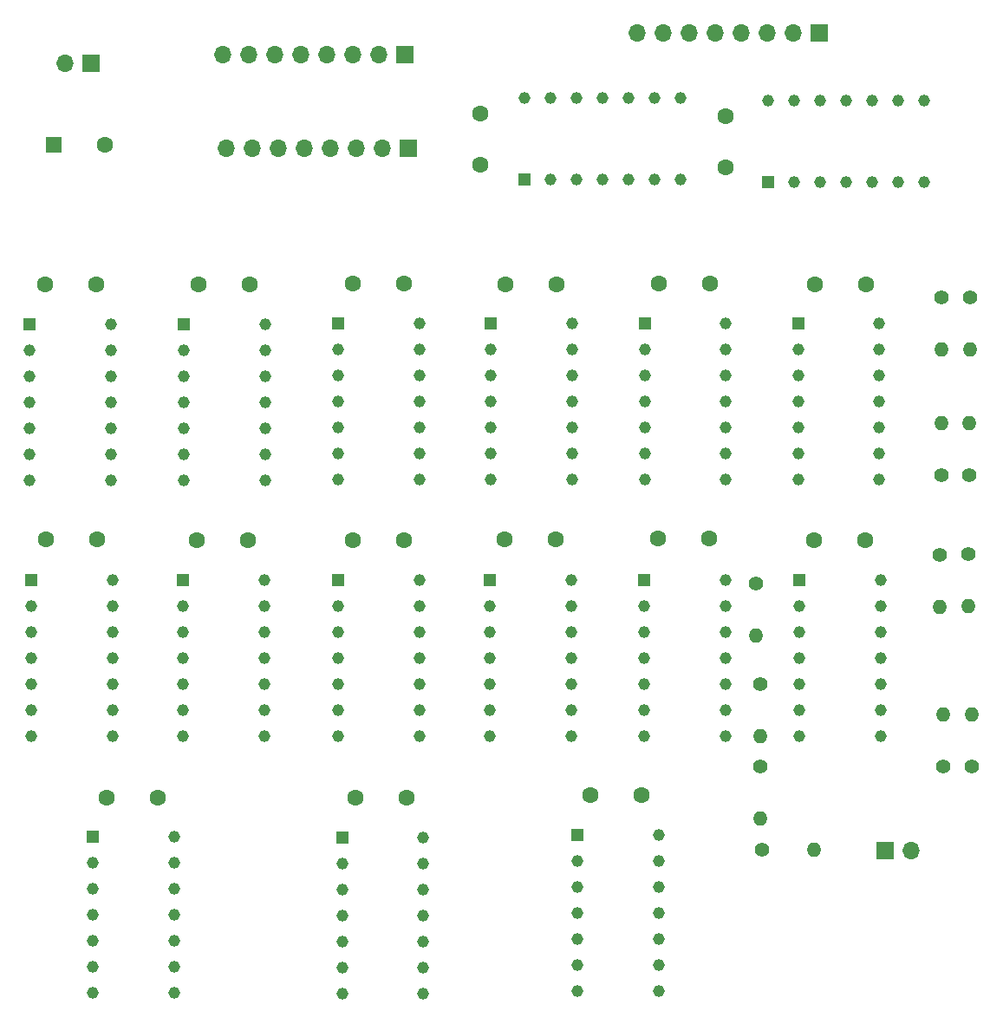
<source format=gts>
G04 #@! TF.GenerationSoftware,KiCad,Pcbnew,6.0.11*
G04 #@! TF.CreationDate,2023-02-03T23:15:02+03:00*
G04 #@! TF.ProjectId,sum-diff-device,73756d2d-6469-4666-962d-646576696365,rev?*
G04 #@! TF.SameCoordinates,Original*
G04 #@! TF.FileFunction,Soldermask,Top*
G04 #@! TF.FilePolarity,Negative*
%FSLAX46Y46*%
G04 Gerber Fmt 4.6, Leading zero omitted, Abs format (unit mm)*
G04 Created by KiCad (PCBNEW 6.0.11) date 2023-02-03 23:15:02*
%MOMM*%
%LPD*%
G01*
G04 APERTURE LIST*
%ADD10C,1.600000*%
%ADD11R,1.170000X1.170000*%
%ADD12C,1.170000*%
%ADD13C,1.400000*%
%ADD14O,1.400000X1.400000*%
%ADD15R,1.700000X1.700000*%
%ADD16O,1.700000X1.700000*%
%ADD17R,1.600000X1.600000*%
G04 APERTURE END LIST*
D10*
X251130000Y-240340000D03*
X256130000Y-240340000D03*
D11*
X204752500Y-219330000D03*
D12*
X204752500Y-221870000D03*
X204752500Y-224410000D03*
X204752500Y-226950000D03*
X204752500Y-229490000D03*
X204752500Y-232030000D03*
X204752500Y-234570000D03*
X212692500Y-234570000D03*
X212692500Y-232030000D03*
X212692500Y-229490000D03*
X212692500Y-226950000D03*
X212692500Y-224410000D03*
X212692500Y-221870000D03*
X212692500Y-219330000D03*
D10*
X259460000Y-265320000D03*
X264460000Y-265320000D03*
D13*
X296420000Y-241810000D03*
D14*
X296420000Y-246890000D03*
D13*
X293940000Y-262500000D03*
D14*
X293940000Y-257420000D03*
D11*
X276870000Y-205447500D03*
D12*
X279410000Y-205447500D03*
X281950000Y-205447500D03*
X284490000Y-205447500D03*
X287030000Y-205447500D03*
X289570000Y-205447500D03*
X292110000Y-205447500D03*
X292110000Y-197507500D03*
X289570000Y-197507500D03*
X287030000Y-197507500D03*
X284490000Y-197507500D03*
X281950000Y-197507500D03*
X279410000Y-197507500D03*
X276870000Y-197507500D03*
D13*
X276060000Y-262470000D03*
D14*
X276060000Y-267550000D03*
D11*
X210930000Y-269390000D03*
D12*
X210930000Y-271930000D03*
X210930000Y-274470000D03*
X210930000Y-277010000D03*
X210930000Y-279550000D03*
X210930000Y-282090000D03*
X210930000Y-284630000D03*
X218870000Y-284630000D03*
X218870000Y-282090000D03*
X218870000Y-279550000D03*
X218870000Y-277010000D03*
X218870000Y-274470000D03*
X218870000Y-271930000D03*
X218870000Y-269390000D03*
D11*
X249742500Y-219280000D03*
D12*
X249742500Y-221820000D03*
X249742500Y-224360000D03*
X249742500Y-226900000D03*
X249742500Y-229440000D03*
X249742500Y-231980000D03*
X249742500Y-234520000D03*
X257682500Y-234520000D03*
X257682500Y-231980000D03*
X257682500Y-229440000D03*
X257682500Y-226900000D03*
X257682500Y-224360000D03*
X257682500Y-221820000D03*
X257682500Y-219280000D03*
D13*
X296770000Y-262550000D03*
D14*
X296770000Y-257470000D03*
D11*
X279892500Y-244330000D03*
D12*
X279892500Y-246870000D03*
X279892500Y-249410000D03*
X279892500Y-251950000D03*
X279892500Y-254490000D03*
X279892500Y-257030000D03*
X279892500Y-259570000D03*
X287832500Y-259570000D03*
X287832500Y-257030000D03*
X287832500Y-254490000D03*
X287832500Y-251950000D03*
X287832500Y-249410000D03*
X287832500Y-246870000D03*
X287832500Y-244330000D03*
D10*
X236310000Y-240400000D03*
X241310000Y-240400000D03*
X206290000Y-240370000D03*
X211290000Y-240370000D03*
D11*
X234842500Y-244330000D03*
D12*
X234842500Y-246870000D03*
X234842500Y-249410000D03*
X234842500Y-251950000D03*
X234842500Y-254490000D03*
X234842500Y-257030000D03*
X234842500Y-259570000D03*
X242782500Y-259570000D03*
X242782500Y-257030000D03*
X242782500Y-254490000D03*
X242782500Y-251950000D03*
X242782500Y-249410000D03*
X242782500Y-246870000D03*
X242782500Y-244330000D03*
D13*
X293640000Y-241830000D03*
D14*
X293640000Y-246910000D03*
D10*
X251160000Y-215400000D03*
X256160000Y-215400000D03*
D13*
X275640000Y-244620000D03*
D14*
X275640000Y-249700000D03*
D13*
X296600000Y-216710000D03*
D14*
X296600000Y-221790000D03*
D10*
X206200000Y-215470000D03*
X211200000Y-215470000D03*
D15*
X241345000Y-193030000D03*
D16*
X238805000Y-193030000D03*
X236265000Y-193030000D03*
X233725000Y-193030000D03*
X231185000Y-193030000D03*
X228645000Y-193030000D03*
X226105000Y-193030000D03*
X223565000Y-193030000D03*
D10*
X281380000Y-215440000D03*
X286380000Y-215440000D03*
D13*
X296450000Y-234070000D03*
D14*
X296450000Y-228990000D03*
D11*
X279780000Y-219280000D03*
D12*
X279780000Y-221820000D03*
X279780000Y-224360000D03*
X279780000Y-226900000D03*
X279780000Y-229440000D03*
X279780000Y-231980000D03*
X279780000Y-234520000D03*
X287720000Y-234520000D03*
X287720000Y-231980000D03*
X287720000Y-229440000D03*
X287720000Y-226900000D03*
X287720000Y-224360000D03*
X287720000Y-221820000D03*
X287720000Y-219280000D03*
D13*
X293810000Y-216700000D03*
D14*
X293810000Y-221780000D03*
D10*
X212270000Y-265520000D03*
X217270000Y-265520000D03*
D15*
X281845000Y-190860000D03*
D16*
X279305000Y-190860000D03*
X276765000Y-190860000D03*
X274225000Y-190860000D03*
X271685000Y-190860000D03*
X269145000Y-190860000D03*
X266605000Y-190860000D03*
X264065000Y-190860000D03*
D10*
X272710000Y-203980000D03*
X272710000Y-198980000D03*
D11*
X253050000Y-205200000D03*
D12*
X255590000Y-205200000D03*
X258130000Y-205200000D03*
X260670000Y-205200000D03*
X263210000Y-205200000D03*
X265750000Y-205200000D03*
X268290000Y-205200000D03*
X268290000Y-197260000D03*
X265750000Y-197260000D03*
X263210000Y-197260000D03*
X260670000Y-197260000D03*
X258130000Y-197260000D03*
X255590000Y-197260000D03*
X253050000Y-197260000D03*
D10*
X221210000Y-215440000D03*
X226210000Y-215440000D03*
X236260000Y-215370000D03*
X241260000Y-215370000D03*
D11*
X235240000Y-269450000D03*
D12*
X235240000Y-271990000D03*
X235240000Y-274530000D03*
X235240000Y-277070000D03*
X235240000Y-279610000D03*
X235240000Y-282150000D03*
X235240000Y-284690000D03*
X243180000Y-284690000D03*
X243180000Y-282150000D03*
X243180000Y-279610000D03*
X243180000Y-277070000D03*
X243180000Y-274530000D03*
X243180000Y-271990000D03*
X243180000Y-269450000D03*
D15*
X210720000Y-193880000D03*
D16*
X208180000Y-193880000D03*
D13*
X293760000Y-234050000D03*
D14*
X293760000Y-228970000D03*
D11*
X258240000Y-269220000D03*
D12*
X258240000Y-271760000D03*
X258240000Y-274300000D03*
X258240000Y-276840000D03*
X258240000Y-279380000D03*
X258240000Y-281920000D03*
X258240000Y-284460000D03*
X266180000Y-284460000D03*
X266180000Y-281920000D03*
X266180000Y-279380000D03*
X266180000Y-276840000D03*
X266180000Y-274300000D03*
X266180000Y-271760000D03*
X266180000Y-269220000D03*
D13*
X276220000Y-270610000D03*
D14*
X281300000Y-270610000D03*
D10*
X266160000Y-215350000D03*
X271160000Y-215350000D03*
X281370000Y-240420000D03*
X286370000Y-240420000D03*
X248780000Y-203790000D03*
X248780000Y-198790000D03*
D11*
X219780000Y-219330000D03*
D12*
X219780000Y-221870000D03*
X219780000Y-224410000D03*
X219780000Y-226950000D03*
X219780000Y-229490000D03*
X219780000Y-232030000D03*
X219780000Y-234570000D03*
X227720000Y-234570000D03*
X227720000Y-232030000D03*
X227720000Y-229490000D03*
X227720000Y-226950000D03*
X227720000Y-224410000D03*
X227720000Y-221870000D03*
X227720000Y-219330000D03*
D10*
X266070000Y-240250000D03*
X271070000Y-240250000D03*
D11*
X234842500Y-219280000D03*
D12*
X234842500Y-221820000D03*
X234842500Y-224360000D03*
X234842500Y-226900000D03*
X234842500Y-229440000D03*
X234842500Y-231980000D03*
X234842500Y-234520000D03*
X242782500Y-234520000D03*
X242782500Y-231980000D03*
X242782500Y-229440000D03*
X242782500Y-226900000D03*
X242782500Y-224360000D03*
X242782500Y-221820000D03*
X242782500Y-219280000D03*
D11*
X219730000Y-244330000D03*
D12*
X219730000Y-246870000D03*
X219730000Y-249410000D03*
X219730000Y-251950000D03*
X219730000Y-254490000D03*
X219730000Y-257030000D03*
X219730000Y-259570000D03*
X227670000Y-259570000D03*
X227670000Y-257030000D03*
X227670000Y-254490000D03*
X227670000Y-251950000D03*
X227670000Y-249410000D03*
X227670000Y-246870000D03*
X227670000Y-244330000D03*
D15*
X241685000Y-202120000D03*
D16*
X239145000Y-202120000D03*
X236605000Y-202120000D03*
X234065000Y-202120000D03*
X231525000Y-202120000D03*
X228985000Y-202120000D03*
X226445000Y-202120000D03*
X223905000Y-202120000D03*
D13*
X276110000Y-254450000D03*
D14*
X276110000Y-259530000D03*
D11*
X264792500Y-219280000D03*
D12*
X264792500Y-221820000D03*
X264792500Y-224360000D03*
X264792500Y-226900000D03*
X264792500Y-229440000D03*
X264792500Y-231980000D03*
X264792500Y-234520000D03*
X272732500Y-234520000D03*
X272732500Y-231980000D03*
X272732500Y-229440000D03*
X272732500Y-226900000D03*
X272732500Y-224360000D03*
X272732500Y-221820000D03*
X272732500Y-219280000D03*
D15*
X288260000Y-270705000D03*
D16*
X290800000Y-270705000D03*
D17*
X207097349Y-201820000D03*
D10*
X212097349Y-201820000D03*
X221050000Y-240410000D03*
X226050000Y-240410000D03*
X236540000Y-265530000D03*
X241540000Y-265530000D03*
D11*
X264730000Y-244330000D03*
D12*
X264730000Y-246870000D03*
X264730000Y-249410000D03*
X264730000Y-251950000D03*
X264730000Y-254490000D03*
X264730000Y-257030000D03*
X264730000Y-259570000D03*
X272670000Y-259570000D03*
X272670000Y-257030000D03*
X272670000Y-254490000D03*
X272670000Y-251950000D03*
X272670000Y-249410000D03*
X272670000Y-246870000D03*
X272670000Y-244330000D03*
D11*
X204880000Y-244280000D03*
D12*
X204880000Y-246820000D03*
X204880000Y-249360000D03*
X204880000Y-251900000D03*
X204880000Y-254440000D03*
X204880000Y-256980000D03*
X204880000Y-259520000D03*
X212820000Y-259520000D03*
X212820000Y-256980000D03*
X212820000Y-254440000D03*
X212820000Y-251900000D03*
X212820000Y-249360000D03*
X212820000Y-246820000D03*
X212820000Y-244280000D03*
D11*
X249680000Y-244280000D03*
D12*
X249680000Y-246820000D03*
X249680000Y-249360000D03*
X249680000Y-251900000D03*
X249680000Y-254440000D03*
X249680000Y-256980000D03*
X249680000Y-259520000D03*
X257620000Y-259520000D03*
X257620000Y-256980000D03*
X257620000Y-254440000D03*
X257620000Y-251900000D03*
X257620000Y-249360000D03*
X257620000Y-246820000D03*
X257620000Y-244280000D03*
M02*

</source>
